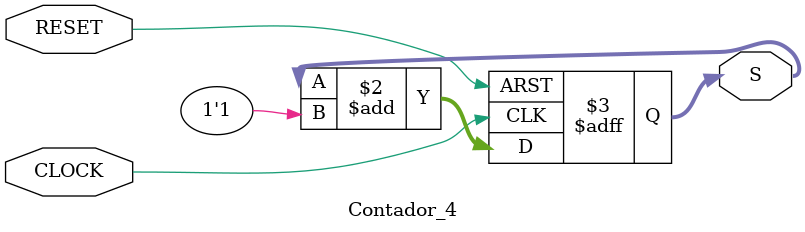
<source format=v>
module Contador_4
(
	input CLOCK,RESET,
	output reg[3:0]S
);
  always @ (posedge CLOCK or posedge RESET)
    begin
      if(RESET) S <= 0;
      else S =  S + 1'b1;
    end
endmodule

</source>
